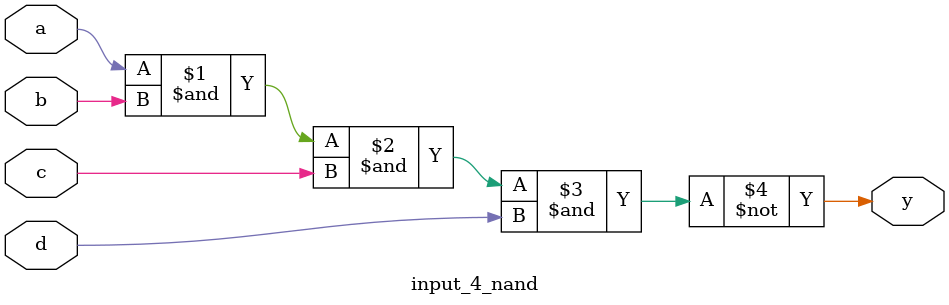
<source format=v>
module mod_10_counter(
  input t,
  input clk,
  output [3:0]q,q_bar
);
  wire [3:0]qin;
  wire clr;
  
  input_4_nand x1(~qin[0],qin[1],~qin[2],qin[3],clr);
  
  T_flip_flop tff0(t,clk,1'b1,clr,qin[0],q_bar[0]);
  T_flip_flop tff1(t,qin[0],1'b1,clr,qin[1],q_bar[1]);
  T_flip_flop tff2(t,qin[1],1'b1,clr,qin[2],q_bar[2]);
  T_flip_flop tff3(t,qin[2],1'b1,clr,qin[3],q_bar[3]);
  
  assign q=qin;   
  
endmodule


//used structurally
module T_flip_flop (
  input t,clk, pst,clr,
  output reg q,q_bar
);

  //initialise
  initial begin
    q=0;
    q_bar=1;
  end

  //we know if clr=0 then q=0,q_bar=1 and when pst=0 then q_bar=0,q=1
  always @(negedge pst or negedge clr or negedge clk) begin
    if (!clr) begin  //not of clr means low
      q<=0;
      q_bar<=1;
    end
    else if (!pst) begin  //not of pst means pst is low
      q<=1;
      q_bar<=0;
    end
    
    else begin
      case (t)
        1'b0: begin q<=q;     q_bar<=q_bar; end
        1'b1: begin q<=~q;    q_bar<=~q_bar; end
      endcase
    end
  end

endmodule


module input_4_nand(
  input a,b,c,d,
  output y
);
  
  assign y = ~(a&b&c&d);
  
endmodule
</source>
